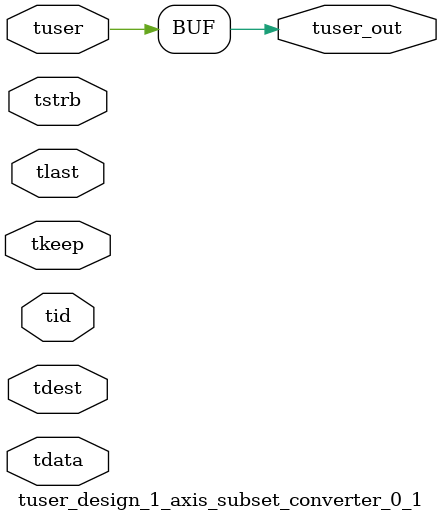
<source format=v>


`timescale 1ps/1ps

module tuser_design_1_axis_subset_converter_0_1 #
(
parameter C_S_AXIS_TUSER_WIDTH = 1,
parameter C_S_AXIS_TDATA_WIDTH = 32,
parameter C_S_AXIS_TID_WIDTH   = 0,
parameter C_S_AXIS_TDEST_WIDTH = 0,
parameter C_M_AXIS_TUSER_WIDTH = 1
)
(
input  [(C_S_AXIS_TUSER_WIDTH == 0 ? 1 : C_S_AXIS_TUSER_WIDTH)-1:0     ] tuser,
input  [(C_S_AXIS_TDATA_WIDTH == 0 ? 1 : C_S_AXIS_TDATA_WIDTH)-1:0     ] tdata,
input  [(C_S_AXIS_TID_WIDTH   == 0 ? 1 : C_S_AXIS_TID_WIDTH)-1:0       ] tid,
input  [(C_S_AXIS_TDEST_WIDTH == 0 ? 1 : C_S_AXIS_TDEST_WIDTH)-1:0     ] tdest,
input  [(C_S_AXIS_TDATA_WIDTH/8)-1:0 ] tkeep,
input  [(C_S_AXIS_TDATA_WIDTH/8)-1:0 ] tstrb,
input                                                                    tlast,
output [C_M_AXIS_TUSER_WIDTH-1:0] tuser_out
);

assign tuser_out = {tuser[0:0]};

endmodule


</source>
